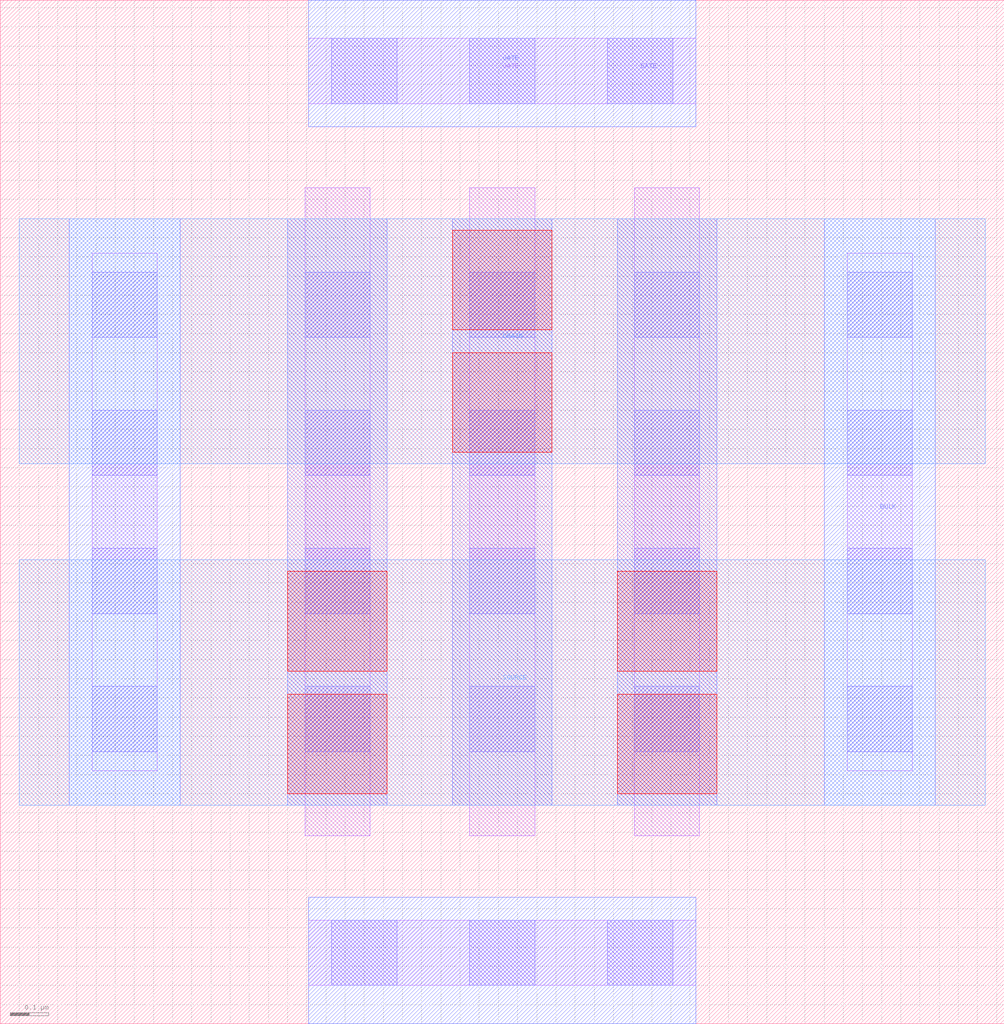
<source format=lef>
# Copyright 2020 The SkyWater PDK Authors
#
# Licensed under the Apache License, Version 2.0 (the "License");
# you may not use this file except in compliance with the License.
# You may obtain a copy of the License at
#
#     https://www.apache.org/licenses/LICENSE-2.0
#
# Unless required by applicable law or agreed to in writing, software
# distributed under the License is distributed on an "AS IS" BASIS,
# WITHOUT WARRANTIES OR CONDITIONS OF ANY KIND, either express or implied.
# See the License for the specific language governing permissions and
# limitations under the License.
#
# SPDX-License-Identifier: Apache-2.0

VERSION 5.7 ;
  NOWIREEXTENSIONATPIN ON ;
  DIVIDERCHAR "/" ;
  BUSBITCHARS "[]" ;
MACRO sky130_fd_pr__rf_pfet_01v8_aM02W1p65L0p15
  CLASS BLOCK ;
  FOREIGN sky130_fd_pr__rf_pfet_01v8_aM02W1p65L0p15 ;
  ORIGIN  0.000000  0.000000 ;
  SIZE  2.620000 BY  2.670000 ;
  PIN BULK
    ANTENNADIFFAREA  0.957000 ;
    PORT
      LAYER met1 ;
        RECT 0.180000 0.570000 0.470000 2.100000 ;
        RECT 2.150000 0.570000 2.440000 2.100000 ;
    END
  END BULK
  PIN DRAIN
    ANTENNADIFFAREA  0.462000 ;
    PORT
      LAYER met2 ;
        RECT 0.050000 1.460000 2.570000 2.100000 ;
    END
  END DRAIN
  PIN GATE
    ANTENNAGATEAREA  0.495000 ;
    PORT
      LAYER li1 ;
        RECT 0.805000 0.100000 1.815000 0.270000 ;
        RECT 0.805000 2.400000 1.815000 2.570000 ;
      LAYER mcon ;
        RECT 0.865000 0.100000 1.035000 0.270000 ;
        RECT 0.865000 2.400000 1.035000 2.570000 ;
        RECT 1.225000 0.100000 1.395000 0.270000 ;
        RECT 1.225000 2.400000 1.395000 2.570000 ;
        RECT 1.585000 0.100000 1.755000 0.270000 ;
        RECT 1.585000 2.400000 1.755000 2.570000 ;
    END
    PORT
      LAYER met1 ;
        RECT 0.805000 0.000000 1.815000 0.330000 ;
        RECT 0.805000 2.340000 1.815000 2.670000 ;
    END
  END GATE
  PIN SOURCE
    ANTENNADIFFAREA  0.924000 ;
    PORT
      LAYER met2 ;
        RECT 0.050000 0.570000 2.570000 1.210000 ;
    END
  END SOURCE
  OBS
    LAYER li1 ;
      RECT 0.240000 0.660000 0.410000 2.010000 ;
      RECT 0.795000 0.490000 0.965000 2.180000 ;
      RECT 1.225000 0.490000 1.395000 2.180000 ;
      RECT 1.655000 0.490000 1.825000 2.180000 ;
      RECT 2.210000 0.660000 2.380000 2.010000 ;
    LAYER mcon ;
      RECT 0.240000 0.710000 0.410000 0.880000 ;
      RECT 0.240000 1.070000 0.410000 1.240000 ;
      RECT 0.240000 1.430000 0.410000 1.600000 ;
      RECT 0.240000 1.790000 0.410000 1.960000 ;
      RECT 0.795000 0.710000 0.965000 0.880000 ;
      RECT 0.795000 1.070000 0.965000 1.240000 ;
      RECT 0.795000 1.430000 0.965000 1.600000 ;
      RECT 0.795000 1.790000 0.965000 1.960000 ;
      RECT 1.225000 0.710000 1.395000 0.880000 ;
      RECT 1.225000 1.070000 1.395000 1.240000 ;
      RECT 1.225000 1.430000 1.395000 1.600000 ;
      RECT 1.225000 1.790000 1.395000 1.960000 ;
      RECT 1.655000 0.710000 1.825000 0.880000 ;
      RECT 1.655000 1.070000 1.825000 1.240000 ;
      RECT 1.655000 1.430000 1.825000 1.600000 ;
      RECT 1.655000 1.790000 1.825000 1.960000 ;
      RECT 2.210000 0.710000 2.380000 0.880000 ;
      RECT 2.210000 1.070000 2.380000 1.240000 ;
      RECT 2.210000 1.430000 2.380000 1.600000 ;
      RECT 2.210000 1.790000 2.380000 1.960000 ;
    LAYER met1 ;
      RECT 0.750000 0.570000 1.010000 2.100000 ;
      RECT 1.180000 0.570000 1.440000 2.100000 ;
      RECT 1.610000 0.570000 1.870000 2.100000 ;
    LAYER via ;
      RECT 0.750000 0.600000 1.010000 0.860000 ;
      RECT 0.750000 0.920000 1.010000 1.180000 ;
      RECT 1.180000 1.490000 1.440000 1.750000 ;
      RECT 1.180000 1.810000 1.440000 2.070000 ;
      RECT 1.610000 0.600000 1.870000 0.860000 ;
      RECT 1.610000 0.920000 1.870000 1.180000 ;
  END
END sky130_fd_pr__rf_pfet_01v8_aM02W1p65L0p15
END LIBRARY

</source>
